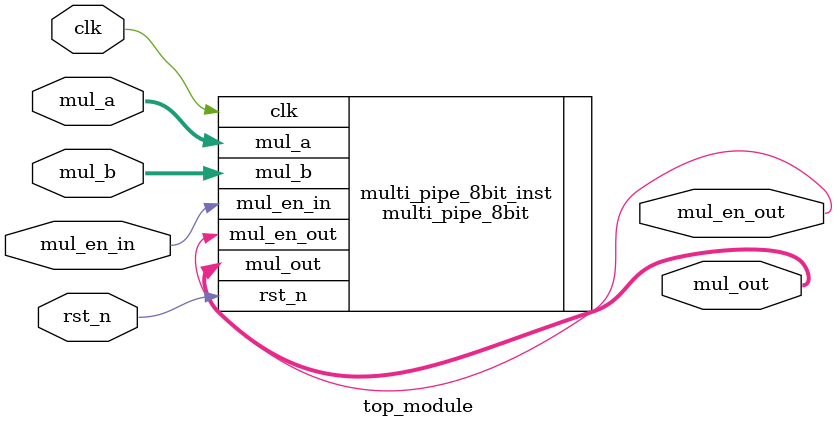
<source format=v>
module top_module(
    input wire clk,
    input wire rst_n,
    input wire [7:0] mul_a,
    input wire [7:0] mul_b,
    input wire mul_en_in,
    output wire mul_en_out,
    output wire [15:0] mul_out
);

    multi_pipe_8bit multi_pipe_8bit_inst(
        .clk(clk),
        .rst_n(rst_n),
        .mul_a(mul_a),
        .mul_b(mul_b),
        .mul_en_in(mul_en_in),
        .mul_en_out(mul_en_out),
        .mul_out(mul_out)
    );

endmodule
</source>
